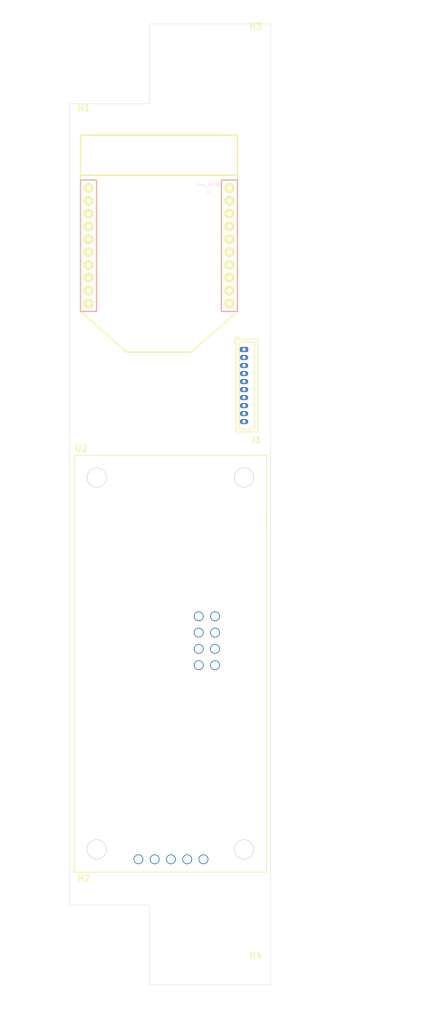
<source format=kicad_pcb>
(kicad_pcb (version 20171130) (host pcbnew "(5.1.2)-2")

  (general
    (thickness 1.6)
    (drawings 17)
    (tracks 0)
    (zones 0)
    (modules 7)
    (nets 28)
  )

  (page A4)
  (layers
    (0 F.Cu signal)
    (31 B.Cu signal)
    (32 B.Adhes user)
    (33 F.Adhes user)
    (34 B.Paste user)
    (35 F.Paste user)
    (36 B.SilkS user)
    (37 F.SilkS user)
    (38 B.Mask user)
    (39 F.Mask user)
    (40 Dwgs.User user)
    (41 Cmts.User user)
    (42 Eco1.User user)
    (43 Eco2.User user)
    (44 Edge.Cuts user)
    (45 Margin user)
    (46 B.CrtYd user)
    (47 F.CrtYd user)
    (48 B.Fab user)
    (49 F.Fab user)
  )

  (setup
    (last_trace_width 0.25)
    (trace_clearance 0.2)
    (zone_clearance 0.508)
    (zone_45_only no)
    (trace_min 0.2)
    (via_size 0.8)
    (via_drill 0.4)
    (via_min_size 0.4)
    (via_min_drill 0.3)
    (uvia_size 0.3)
    (uvia_drill 0.1)
    (uvias_allowed no)
    (uvia_min_size 0.2)
    (uvia_min_drill 0.1)
    (edge_width 0.05)
    (segment_width 0.2)
    (pcb_text_width 0.3)
    (pcb_text_size 1.5 1.5)
    (mod_edge_width 0.12)
    (mod_text_size 1 1)
    (mod_text_width 0.15)
    (pad_size 1.524 1.524)
    (pad_drill 0.762)
    (pad_to_mask_clearance 0.051)
    (solder_mask_min_width 0.25)
    (aux_axis_origin 0 0)
    (visible_elements 7FFFFFFF)
    (pcbplotparams
      (layerselection 0x010fc_ffffffff)
      (usegerberextensions false)
      (usegerberattributes false)
      (usegerberadvancedattributes false)
      (creategerberjobfile false)
      (excludeedgelayer true)
      (linewidth 0.100000)
      (plotframeref false)
      (viasonmask false)
      (mode 1)
      (useauxorigin false)
      (hpglpennumber 1)
      (hpglpenspeed 20)
      (hpglpendiameter 15.000000)
      (psnegative false)
      (psa4output false)
      (plotreference true)
      (plotvalue true)
      (plotinvisibletext false)
      (padsonsilk false)
      (subtractmaskfromsilk false)
      (outputformat 1)
      (mirror false)
      (drillshape 1)
      (scaleselection 1)
      (outputdirectory ""))
  )

  (net 0 "")
  (net 1 /Berry_SDA)
  (net 2 /Berry_SCL)
  (net 3 /RX_GPS)
  (net 4 /TX_GPS)
  (net 5 +3.3VA)
  (net 6 /XBEE_RTS)
  (net 7 /XBEE_CTS)
  (net 8 /XBEE_DOUT)
  (net 9 /XBEE_DIN)
  (net 10 "Net-(U1-Pad4)")
  (net 11 "Net-(U1-Pad5)")
  (net 12 "Net-(U1-Pad6)")
  (net 13 "Net-(U1-Pad7)")
  (net 14 "Net-(U1-Pad8)")
  (net 15 "Net-(U1-Pad9)")
  (net 16 GNDREF)
  (net 17 "Net-(U1-Pad11)")
  (net 18 "Net-(U1-Pad13)")
  (net 19 "Net-(U1-Pad14)")
  (net 20 "Net-(U1-Pad15)")
  (net 21 "Net-(U1-Pad17)")
  (net 22 "Net-(U1-Pad18)")
  (net 23 "Net-(U1-Pad19)")
  (net 24 "Net-(U1-Pad20)")
  (net 25 "Net-(U2-Pad7)")
  (net 26 "Net-(U2-Pad2)")
  (net 27 +3V3)

  (net_class Default "This is the default net class."
    (clearance 0.2)
    (trace_width 0.25)
    (via_dia 0.8)
    (via_drill 0.4)
    (uvia_dia 0.3)
    (uvia_drill 0.1)
    (add_net +3.3VA)
    (add_net +3V3)
    (add_net /Berry_SCL)
    (add_net /Berry_SDA)
    (add_net /RX_GPS)
    (add_net /TX_GPS)
    (add_net /XBEE_CTS)
    (add_net /XBEE_DIN)
    (add_net /XBEE_DOUT)
    (add_net /XBEE_RTS)
    (add_net GNDREF)
    (add_net "Net-(U1-Pad11)")
    (add_net "Net-(U1-Pad13)")
    (add_net "Net-(U1-Pad14)")
    (add_net "Net-(U1-Pad15)")
    (add_net "Net-(U1-Pad17)")
    (add_net "Net-(U1-Pad18)")
    (add_net "Net-(U1-Pad19)")
    (add_net "Net-(U1-Pad20)")
    (add_net "Net-(U1-Pad4)")
    (add_net "Net-(U1-Pad5)")
    (add_net "Net-(U1-Pad6)")
    (add_net "Net-(U1-Pad7)")
    (add_net "Net-(U1-Pad8)")
    (add_net "Net-(U1-Pad9)")
    (add_net "Net-(U2-Pad2)")
    (add_net "Net-(U2-Pad7)")
  )

  (module Payload:BerryGPS-IMU_V3 (layer F.Cu) (tedit 5E74D7FD) (tstamp 5E7524DA)
    (at 123.29922 90.21318)
    (path /5E536455)
    (fp_text reference U2 (at 1.06934 -1.08204) (layer F.SilkS)
      (effects (font (size 1 1) (thickness 0.15)))
    )
    (fp_text value BerryIMUv3 (at 4.7752 36.6141) (layer F.Fab)
      (effects (font (size 1 1) (thickness 0.15)))
    )
    (fp_text user "IMU pin out" (at 15.13 54.37) (layer Dwgs.User)
      (effects (font (size 1 1) (thickness 0.15)))
    )
    (fp_text user DEN_G (at 20.23 59.66 90) (layer Dwgs.User)
      (effects (font (size 1 1) (thickness 0.15)))
    )
    (fp_text user INT_G (at 17.67 60.04 90) (layer Dwgs.User)
      (effects (font (size 1 1) (thickness 0.15)))
    )
    (fp_text user DRDY_G (at 15.11 59.2 90) (layer Dwgs.User)
      (effects (font (size 1 1) (thickness 0.15)))
    )
    (fp_text user INT1_XM (at 12.62 59.03 90) (layer Dwgs.User)
      (effects (font (size 1 1) (thickness 0.15)))
    )
    (fp_text user INT2_XM (at 10.09 58.98 90) (layer Dwgs.User)
      (effects (font (size 1 1) (thickness 0.15)))
    )
    (fp_text user TX_GPS (at 25.67 32.8) (layer Dwgs.User)
      (effects (font (size 1 1) (thickness 0.15)))
    )
    (fp_text user GPIO4 (at 16.24 32.74) (layer Dwgs.User)
      (effects (font (size 1 1) (thickness 0.15)))
    )
    (fp_text user RX_GPS (at 25.82 30.2) (layer Dwgs.User)
      (effects (font (size 1 1) (thickness 0.15)))
    )
    (fp_text user SCL (at 17.04 30.14) (layer Dwgs.User)
      (effects (font (size 1 1) (thickness 0.15)))
    )
    (fp_text user GND (at 24.48 27.65) (layer Dwgs.User)
      (effects (font (size 1 1) (thickness 0.15)))
    )
    (fp_text user SDA (at 17 27.67) (layer Dwgs.User)
      (effects (font (size 1 1) (thickness 0.15)))
    )
    (fp_text user 5V (at 23.88 25.18) (layer Dwgs.User)
      (effects (font (size 1 1) (thickness 0.15)))
    )
    (fp_text user 3V3 (at 17.04 25.18) (layer Dwgs.User)
      (effects (font (size 1 1) (thickness 0.15)))
    )
    (fp_line (start 29.99976 8.73764) (end 29.99976 11.12524) (layer F.SilkS) (width 0.12))
    (fp_line (start 29.99976 -0.00504) (end 29.99976 64.99496) (layer F.SilkS) (width 0.12))
    (fp_line (start -0.00024 64.99496) (end 29.99976 64.99496) (layer F.SilkS) (width 0.12))
    (fp_line (start -0.00024 -0.00504) (end 29.99976 -0.00504) (layer F.SilkS) (width 0.12))
    (fp_line (start -0.00024 -0.00504) (end -0.00024 64.99496) (layer F.SilkS) (width 0.12))
    (pad "" np_thru_hole circle (at 26.49982 61.45022) (size 3.048 3.048) (drill 2.9972) (layers *.Cu *.Mask))
    (pad "" np_thru_hole circle (at 3.50012 61.45022) (size 3.048 3.048) (drill 2.9972) (layers *.Cu *.Mask))
    (pad "" np_thru_hole circle (at 26.49982 3.44932) (size 3.048 3.048) (drill 2.9972) (layers *.Cu *.Mask))
    (pad "" np_thru_hole circle (at 3.50012 3.44932) (size 3.048 3.048) (drill 2.9972) (layers *.Cu *.Mask))
    (pad 8 thru_hole circle (at 21.95976 32.71496) (size 1.524 1.524) (drill 1.27) (layers *.Cu *.Mask)
      (net 4 /TX_GPS))
    (pad 7 thru_hole circle (at 19.41976 32.71496) (size 1.524 1.524) (drill 1.27) (layers *.Cu *.Mask)
      (net 25 "Net-(U2-Pad7)"))
    (pad 6 thru_hole circle (at 21.95976 30.17496) (size 1.524 1.524) (drill 1.27) (layers *.Cu *.Mask)
      (net 3 /RX_GPS))
    (pad 5 thru_hole circle (at 19.41976 30.17496) (size 1.524 1.524) (drill 1.27) (layers *.Cu *.Mask)
      (net 2 /Berry_SCL))
    (pad 4 thru_hole circle (at 21.95976 27.63496) (size 1.524 1.524) (drill 1.27) (layers *.Cu *.Mask)
      (net 16 GNDREF))
    (pad 3 thru_hole circle (at 19.41976 27.63496) (size 1.524 1.524) (drill 1.27) (layers *.Cu *.Mask)
      (net 1 /Berry_SDA))
    (pad 2 thru_hole circle (at 21.95976 25.09496) (size 1.524 1.524) (drill 1.27) (layers *.Cu *.Mask)
      (net 26 "Net-(U2-Pad2)"))
    (pad 1 thru_hole circle (at 19.41976 25.09496) (size 1.524 1.524) (drill 1.27) (layers *.Cu *.Mask)
      (net 27 +3V3))
    (pad 5 thru_hole circle (at 20.15976 62.99496) (size 1.524 1.524) (drill 1.27) (layers *.Cu *.Mask)
      (net 2 /Berry_SCL))
    (pad 4 thru_hole circle (at 17.61976 62.99496) (size 1.524 1.524) (drill 1.27) (layers *.Cu *.Mask)
      (net 16 GNDREF))
    (pad 3 thru_hole circle (at 15.07976 62.99496) (size 1.524 1.524) (drill 1.27) (layers *.Cu *.Mask)
      (net 1 /Berry_SDA))
    (pad 2 thru_hole circle (at 12.53976 62.99496) (size 1.524 1.524) (drill 1.27) (layers *.Cu *.Mask)
      (net 26 "Net-(U2-Pad2)"))
    (pad 1 thru_hole circle (at 9.99976 62.99496) (size 1.524 1.524) (drill 1.27) (layers *.Cu *.Mask)
      (net 27 +3V3))
  )

  (module SparkFunRF:XBEE-1 (layer F.Cu) (tedit 200000) (tstamp 5E752550)
    (at 136.50722 46.50994 180)
    (path /5E49EA3B)
    (attr virtual)
    (fp_text reference U1 (at -7.874 -2.7432) (layer B.SilkS)
      (effects (font (size 0.4064 0.4064) (thickness 0.0254)))
    )
    (fp_text value Xbee_XBP9B (at -7.6708 -1.4732) (layer B.SilkS)
      (effects (font (size 0.4064 0.4064) (thickness 0.0254)))
    )
    (fp_line (start -4.99872 -27.59964) (end 4.99872 -27.59964) (layer F.SilkS) (width 0.2032))
    (fp_line (start -12.24788 -21.24964) (end -4.99872 -27.59964) (layer F.SilkS) (width 0.2032))
    (fp_line (start 12.24788 -21.24964) (end 4.99872 -27.59964) (layer F.SilkS) (width 0.2032))
    (fp_line (start 9.74852 -21.24964) (end 12.24788 -21.24964) (layer B.SilkS) (width 0.2032))
    (fp_line (start 12.24788 -21.24964) (end 12.24788 -0.7493) (layer B.SilkS) (width 0.2032))
    (fp_line (start 12.24788 -0.7493) (end 9.74852 -0.7493) (layer B.SilkS) (width 0.2032))
    (fp_line (start 9.74852 -21.24964) (end 9.74852 -0.7493) (layer B.SilkS) (width 0.2032))
    (fp_line (start -9.74852 -21.24964) (end -12.24788 -21.24964) (layer B.SilkS) (width 0.2032))
    (fp_line (start -12.24788 -21.24964) (end -12.24788 -0.7493) (layer B.SilkS) (width 0.2032))
    (fp_line (start -12.24788 -0.7493) (end -9.74852 -0.7493) (layer B.SilkS) (width 0.2032))
    (fp_line (start -9.74852 -21.24964) (end -9.74852 -0.7493) (layer B.SilkS) (width 0.2032))
    (fp_line (start -12.24788 -0.7493) (end -12.24788 0) (layer F.SilkS) (width 0.2032))
    (fp_line (start 12.24788 -0.7493) (end 12.24788 0) (layer F.SilkS) (width 0.2032))
    (fp_line (start -12.24788 0) (end 12.24788 0) (layer F.SilkS) (width 0.2032))
    (fp_line (start 12.24788 0) (end 12.24788 6.2484) (layer F.SilkS) (width 0.2032))
    (fp_line (start -12.24788 0) (end -12.24788 6.2484) (layer F.SilkS) (width 0.2032))
    (fp_line (start -12.24788 6.2484) (end 12.24788 6.2484) (layer F.SilkS) (width 0.2032))
    (pad 1 thru_hole circle (at -10.9982 -19.99996 180) (size 1.524 1.524) (drill 0.79756) (layers F&B.Cu F.Paste F.SilkS F.Mask)
      (net 5 +3.3VA))
    (pad 2 thru_hole circle (at -10.9982 -17.99844 180) (size 1.524 1.524) (drill 0.79756) (layers F&B.Cu F.Paste F.SilkS F.Mask)
      (net 8 /XBEE_DOUT))
    (pad 3 thru_hole circle (at -10.9982 -15.99946 180) (size 1.524 1.524) (drill 0.79756) (layers F&B.Cu F.Paste F.SilkS F.Mask)
      (net 9 /XBEE_DIN))
    (pad 4 thru_hole circle (at -10.9982 -13.99794 180) (size 1.524 1.524) (drill 0.79756) (layers F&B.Cu F.Paste F.SilkS F.Mask)
      (net 10 "Net-(U1-Pad4)"))
    (pad 5 thru_hole circle (at -10.9982 -11.99896 180) (size 1.524 1.524) (drill 0.79756) (layers F&B.Cu F.Paste F.SilkS F.Mask)
      (net 11 "Net-(U1-Pad5)"))
    (pad 6 thru_hole circle (at -10.9982 -9.99998 180) (size 1.524 1.524) (drill 0.79756) (layers F&B.Cu F.Paste F.SilkS F.Mask)
      (net 12 "Net-(U1-Pad6)"))
    (pad 7 thru_hole circle (at -10.9982 -7.99846 180) (size 1.524 1.524) (drill 0.79756) (layers F&B.Cu F.Paste F.SilkS F.Mask)
      (net 13 "Net-(U1-Pad7)"))
    (pad 8 thru_hole circle (at -10.9982 -5.99948 180) (size 1.524 1.524) (drill 0.79756) (layers F&B.Cu F.Paste F.SilkS F.Mask)
      (net 14 "Net-(U1-Pad8)"))
    (pad 9 thru_hole circle (at -10.9982 -3.99796 180) (size 1.524 1.524) (drill 0.79756) (layers F&B.Cu F.Paste F.SilkS F.Mask)
      (net 15 "Net-(U1-Pad9)"))
    (pad 10 thru_hole circle (at -10.9982 -1.99898 180) (size 1.524 1.524) (drill 0.79756) (layers F&B.Cu F.Paste F.SilkS F.Mask)
      (net 16 GNDREF))
    (pad 11 thru_hole circle (at 10.9982 -1.99898 180) (size 1.524 1.524) (drill 0.79756) (layers F&B.Cu F.Paste F.SilkS F.Mask)
      (net 17 "Net-(U1-Pad11)"))
    (pad 12 thru_hole circle (at 10.9982 -3.99796 180) (size 1.524 1.524) (drill 0.79756) (layers F&B.Cu F.Paste F.SilkS F.Mask)
      (net 7 /XBEE_CTS))
    (pad 13 thru_hole circle (at 10.9982 -5.99948 180) (size 1.524 1.524) (drill 0.79756) (layers F&B.Cu F.Paste F.SilkS F.Mask)
      (net 18 "Net-(U1-Pad13)"))
    (pad 14 thru_hole circle (at 10.9982 -7.99846 180) (size 1.524 1.524) (drill 0.79756) (layers F&B.Cu F.Paste F.SilkS F.Mask)
      (net 19 "Net-(U1-Pad14)"))
    (pad 15 thru_hole circle (at 10.9982 -9.99998 180) (size 1.524 1.524) (drill 0.79756) (layers F&B.Cu F.Paste F.SilkS F.Mask)
      (net 20 "Net-(U1-Pad15)"))
    (pad 16 thru_hole circle (at 10.9982 -11.99896 180) (size 1.524 1.524) (drill 0.79756) (layers F&B.Cu F.Paste F.SilkS F.Mask)
      (net 6 /XBEE_RTS))
    (pad 17 thru_hole circle (at 10.9982 -13.99794 180) (size 1.524 1.524) (drill 0.79756) (layers F&B.Cu F.Paste F.SilkS F.Mask)
      (net 21 "Net-(U1-Pad17)"))
    (pad 18 thru_hole circle (at 10.9982 -15.99946 180) (size 1.524 1.524) (drill 0.79756) (layers F&B.Cu F.Paste F.SilkS F.Mask)
      (net 22 "Net-(U1-Pad18)"))
    (pad 19 thru_hole circle (at 10.9982 -17.99844 180) (size 1.524 1.524) (drill 0.79756) (layers F&B.Cu F.Paste F.SilkS F.Mask)
      (net 23 "Net-(U1-Pad19)"))
    (pad 20 thru_hole circle (at 10.9982 -19.99996 180) (size 1.524 1.524) (drill 0.79756) (layers F&B.Cu F.Paste F.SilkS F.Mask)
      (net 24 "Net-(U1-Pad20)"))
  )

  (module Payload:MountingHole_4-40 (layer F.Cu) (tedit 5E698ED7) (tstamp 5E7524AB)
    (at 124.7902 38.03396)
    (path /5E698CBA)
    (fp_text reference H1 (at 0 -2.032) (layer F.SilkS)
      (effects (font (size 1 1) (thickness 0.15)))
    )
    (fp_text value Corner (at 0 2.286) (layer F.Fab)
      (effects (font (size 1 1) (thickness 0.15)))
    )
    (pad "" np_thru_hole circle (at 0 0) (size 2.8448 2.8448) (drill 2.8448) (layers *.Cu *.Mask))
  )

  (module Payload:MountingHole_4-40 (layer F.Cu) (tedit 5E698ED7) (tstamp 5E75249F)
    (at 124.7902 158.22676)
    (path /5E699A8A)
    (fp_text reference H2 (at 0 -2.032) (layer F.SilkS)
      (effects (font (size 1 1) (thickness 0.15)))
    )
    (fp_text value Corner (at 0 2.286) (layer F.Fab)
      (effects (font (size 1 1) (thickness 0.15)))
    )
    (pad "" np_thru_hole circle (at 0 0) (size 2.8448 2.8448) (drill 2.8448) (layers *.Cu *.Mask))
  )

  (module Payload:MountingHole_4-40 (layer F.Cu) (tedit 5E698ED7) (tstamp 5E752493)
    (at 151.58974 25.35174)
    (path /5E699E54)
    (fp_text reference H3 (at 0 -2.032) (layer F.SilkS)
      (effects (font (size 1 1) (thickness 0.15)))
    )
    (fp_text value Corner (at 0 2.286) (layer F.Fab)
      (effects (font (size 1 1) (thickness 0.15)))
    )
    (pad "" np_thru_hole circle (at 0 0) (size 2.8448 2.8448) (drill 2.8448) (layers *.Cu *.Mask))
  )

  (module Payload:MountingHole_4-40 (layer F.Cu) (tedit 5E698ED7) (tstamp 5E7525A4)
    (at 151.58974 170.19778)
    (path /5E69A3B4)
    (fp_text reference H4 (at 0 -2.032) (layer F.SilkS)
      (effects (font (size 1 1) (thickness 0.15)))
    )
    (fp_text value Corner (at 0 2.286) (layer F.Fab)
      (effects (font (size 1 1) (thickness 0.15)))
    )
    (pad "" np_thru_hole circle (at 0 0) (size 2.8448 2.8448) (drill 2.8448) (layers *.Cu *.Mask))
  )

  (module Connector_Molex:Molex_PicoBlade_53047-1010_1x10_P1.25mm_Vertical (layer F.Cu) (tedit 5B783167) (tstamp 5E752C13)
    (at 149.79142 73.69302 270)
    (descr "Molex PicoBlade Connector System, 53047-1010, 10 Pins per row (http://www.molex.com/pdm_docs/sd/530470610_sd.pdf), generated with kicad-footprint-generator")
    (tags "connector Molex PicoBlade side entry")
    (path /5E544EC7)
    (fp_text reference J1 (at 14.06652 -1.86182 180) (layer F.SilkS)
      (effects (font (size 1 1) (thickness 0.15)))
    )
    (fp_text value BridgeConn (at 5.62 2.35 90) (layer F.Fab)
      (effects (font (size 1 1) (thickness 0.15)))
    )
    (fp_line (start -1.5 -2.05) (end -1.5 1.15) (layer F.Fab) (width 0.1))
    (fp_line (start -1.5 1.15) (end 12.75 1.15) (layer F.Fab) (width 0.1))
    (fp_line (start 12.75 1.15) (end 12.75 -2.05) (layer F.Fab) (width 0.1))
    (fp_line (start 12.75 -2.05) (end -1.5 -2.05) (layer F.Fab) (width 0.1))
    (fp_line (start -1.61 -2.16) (end -1.61 1.26) (layer F.SilkS) (width 0.12))
    (fp_line (start -1.61 1.26) (end 12.86 1.26) (layer F.SilkS) (width 0.12))
    (fp_line (start 12.86 1.26) (end 12.86 -2.16) (layer F.SilkS) (width 0.12))
    (fp_line (start 12.86 -2.16) (end -1.61 -2.16) (layer F.SilkS) (width 0.12))
    (fp_line (start 5.625 0.75) (end -1.1 0.75) (layer F.SilkS) (width 0.12))
    (fp_line (start -1.1 0.75) (end -1.1 0) (layer F.SilkS) (width 0.12))
    (fp_line (start -1.1 0) (end -1.3 0) (layer F.SilkS) (width 0.12))
    (fp_line (start -1.3 0) (end -1.3 -0.8) (layer F.SilkS) (width 0.12))
    (fp_line (start -1.3 -0.8) (end -1.1 -0.8) (layer F.SilkS) (width 0.12))
    (fp_line (start -1.1 -0.8) (end -1.1 -1.65) (layer F.SilkS) (width 0.12))
    (fp_line (start -1.1 -1.65) (end 5.625 -1.65) (layer F.SilkS) (width 0.12))
    (fp_line (start 5.625 0.75) (end 12.35 0.75) (layer F.SilkS) (width 0.12))
    (fp_line (start 12.35 0.75) (end 12.35 0) (layer F.SilkS) (width 0.12))
    (fp_line (start 12.35 0) (end 12.55 0) (layer F.SilkS) (width 0.12))
    (fp_line (start 12.55 0) (end 12.55 -0.8) (layer F.SilkS) (width 0.12))
    (fp_line (start 12.55 -0.8) (end 12.35 -0.8) (layer F.SilkS) (width 0.12))
    (fp_line (start 12.35 -0.8) (end 12.35 -1.65) (layer F.SilkS) (width 0.12))
    (fp_line (start 12.35 -1.65) (end 5.625 -1.65) (layer F.SilkS) (width 0.12))
    (fp_line (start -1.9 1.55) (end -1.9 0.55) (layer F.SilkS) (width 0.12))
    (fp_line (start -1.9 1.55) (end -0.9 1.55) (layer F.SilkS) (width 0.12))
    (fp_line (start -0.5 1.15) (end 0 0.442893) (layer F.Fab) (width 0.1))
    (fp_line (start 0 0.442893) (end 0.5 1.15) (layer F.Fab) (width 0.1))
    (fp_line (start -2 -2.55) (end -2 1.65) (layer F.CrtYd) (width 0.05))
    (fp_line (start -2 1.65) (end 13.25 1.65) (layer F.CrtYd) (width 0.05))
    (fp_line (start 13.25 1.65) (end 13.25 -2.55) (layer F.CrtYd) (width 0.05))
    (fp_line (start 13.25 -2.55) (end -2 -2.55) (layer F.CrtYd) (width 0.05))
    (fp_text user %R (at 5.62 -1.35 90) (layer F.Fab)
      (effects (font (size 1 1) (thickness 0.15)))
    )
    (pad 1 thru_hole roundrect (at 0 0 270) (size 0.8 1.3) (drill 0.5) (layers *.Cu *.Mask) (roundrect_rratio 0.25)
      (net 1 /Berry_SDA))
    (pad 2 thru_hole oval (at 1.25 0 270) (size 0.8 1.3) (drill 0.5) (layers *.Cu *.Mask)
      (net 2 /Berry_SCL))
    (pad 3 thru_hole oval (at 2.5 0 270) (size 0.8 1.3) (drill 0.5) (layers *.Cu *.Mask)
      (net 3 /RX_GPS))
    (pad 4 thru_hole oval (at 3.75 0 270) (size 0.8 1.3) (drill 0.5) (layers *.Cu *.Mask)
      (net 4 /TX_GPS))
    (pad 5 thru_hole oval (at 5 0 270) (size 0.8 1.3) (drill 0.5) (layers *.Cu *.Mask)
      (net 5 +3.3VA))
    (pad 6 thru_hole oval (at 6.25 0 270) (size 0.8 1.3) (drill 0.5) (layers *.Cu *.Mask)
      (net 6 /XBEE_RTS))
    (pad 7 thru_hole oval (at 7.5 0 270) (size 0.8 1.3) (drill 0.5) (layers *.Cu *.Mask)
      (net 7 /XBEE_CTS))
    (pad 8 thru_hole oval (at 8.75 0 270) (size 0.8 1.3) (drill 0.5) (layers *.Cu *.Mask)
      (net 8 /XBEE_DOUT))
    (pad 9 thru_hole oval (at 10 0 270) (size 0.8 1.3) (drill 0.5) (layers *.Cu *.Mask)
      (net 9 /XBEE_DIN))
    (pad 10 thru_hole oval (at 11.25 0 270) (size 0.8 1.3) (drill 0.5) (layers *.Cu *.Mask)
      (net 27 +3V3))
    (model ${KISYS3DMOD}/Connector_Molex.3dshapes/Molex_PicoBlade_53047-1010_1x10_P1.25mm_Vertical.wrl
      (at (xyz 0 0 0))
      (scale (xyz 1 1 1))
      (rotate (xyz 0 0 0))
    )
  )

  (dimension 12.48156 (width 0.12) (layer Dwgs.User)
    (gr_text "0.4914 in" (at 128.75514 19.92122) (layer Dwgs.User)
      (effects (font (size 1 1) (thickness 0.15)))
    )
    (feature1 (pts (xy 134.99592 35.37458) (xy 134.99592 20.604799)))
    (feature2 (pts (xy 122.51436 35.37458) (xy 122.51436 20.604799)))
    (crossbar (pts (xy 122.51436 21.19122) (xy 134.99592 21.19122)))
    (arrow1a (pts (xy 134.99592 21.19122) (xy 133.869416 21.777641)))
    (arrow1b (pts (xy 134.99592 21.19122) (xy 133.869416 20.604799)))
    (arrow2a (pts (xy 122.51436 21.19122) (xy 123.640864 21.777641)))
    (arrow2b (pts (xy 122.51436 21.19122) (xy 123.640864 20.604799)))
  )
  (dimension 12.46124 (width 0.12) (layer Dwgs.User) (tstamp 5E7525B1)
    (gr_text "0.4906 in" (at 132.66674 29.14396 90) (layer Dwgs.User) (tstamp 5E7525B1)
      (effects (font (size 1 1) (thickness 0.15)))
    )
    (feature1 (pts (xy 134.99592 22.91334) (xy 133.350319 22.91334)))
    (feature2 (pts (xy 134.99592 35.37458) (xy 133.350319 35.37458)))
    (crossbar (pts (xy 133.93674 35.37458) (xy 133.93674 22.91334)))
    (arrow1a (pts (xy 133.93674 22.91334) (xy 134.523161 24.039844)))
    (arrow1b (pts (xy 133.93674 22.91334) (xy 133.350319 24.039844)))
    (arrow2a (pts (xy 133.93674 35.37458) (xy 134.523161 34.248076)))
    (arrow2b (pts (xy 133.93674 35.37458) (xy 133.350319 34.248076)))
  )
  (dimension 18.9611 (width 0.12) (layer Dwgs.User)
    (gr_text "0.7465 in" (at 144.476872 19.912326) (layer Dwgs.User)
      (effects (font (size 1 1) (thickness 0.15)))
    )
    (feature1 (pts (xy 153.95702 22.91588) (xy 153.957331 20.597175)))
    (feature2 (pts (xy 134.99592 22.91334) (xy 134.996231 20.594635)))
    (crossbar (pts (xy 134.996152 21.181056) (xy 153.957252 21.183596)))
    (arrow1a (pts (xy 153.957252 21.183596) (xy 152.83067 21.769866)))
    (arrow1b (pts (xy 153.957252 21.183596) (xy 152.830827 20.597024)))
    (arrow2a (pts (xy 134.996152 21.181056) (xy 136.122577 21.767628)))
    (arrow2b (pts (xy 134.996152 21.181056) (xy 136.122734 20.594786)))
  )
  (dimension 124.93498 (width 0.12) (layer Dwgs.User) (tstamp 5E75237D)
    (gr_text "4.9187 in" (at 115.38458 97.84207 90) (layer Dwgs.User) (tstamp 5E75237D)
      (effects (font (size 1 1) (thickness 0.15)))
    )
    (feature1 (pts (xy 122.51436 35.37458) (xy 116.068159 35.37458)))
    (feature2 (pts (xy 122.51436 160.30956) (xy 116.068159 160.30956)))
    (crossbar (pts (xy 116.65458 160.30956) (xy 116.65458 35.37458)))
    (arrow1a (pts (xy 116.65458 35.37458) (xy 117.241001 36.501084)))
    (arrow1b (pts (xy 116.65458 35.37458) (xy 116.068159 36.501084)))
    (arrow2a (pts (xy 116.65458 160.30956) (xy 117.241001 159.183056)))
    (arrow2b (pts (xy 116.65458 160.30956) (xy 116.068159 159.183056)))
  )
  (dimension 12.49934 (width 0.12) (layer Dwgs.User) (tstamp 5E752395)
    (gr_text "0.4921 in" (at 128.76403 179.38496) (layer Dwgs.User) (tstamp 5E752395)
      (effects (font (size 1 1) (thickness 0.0762)))
    )
    (feature1 (pts (xy 122.51436 160.30956) (xy 122.51436 178.701381)))
    (feature2 (pts (xy 135.0137 160.30956) (xy 135.0137 178.701381)))
    (crossbar (pts (xy 135.0137 178.11496) (xy 122.51436 178.11496)))
    (arrow1a (pts (xy 122.51436 178.11496) (xy 123.640864 177.528539)))
    (arrow1b (pts (xy 122.51436 178.11496) (xy 123.640864 178.701381)))
    (arrow2a (pts (xy 135.0137 178.11496) (xy 133.887196 177.528539)))
    (arrow2b (pts (xy 135.0137 178.11496) (xy 133.887196 178.701381)))
  )
  (dimension 12.46632 (width 0.12) (layer Dwgs.User) (tstamp 5E75238F)
    (gr_text "0.4908 in" (at 115.38204 166.54272 90) (layer Dwgs.User) (tstamp 5E75238F)
      (effects (font (size 1 1) (thickness 0.0762)))
    )
    (feature1 (pts (xy 135.0137 160.30956) (xy 116.065619 160.30956)))
    (feature2 (pts (xy 135.0137 172.77588) (xy 116.065619 172.77588)))
    (crossbar (pts (xy 116.65204 172.77588) (xy 116.65204 160.30956)))
    (arrow1a (pts (xy 116.65204 160.30956) (xy 117.238461 161.436064)))
    (arrow1b (pts (xy 116.65204 160.30956) (xy 116.065619 161.436064)))
    (arrow2a (pts (xy 116.65204 172.77588) (xy 117.238461 171.649376)))
    (arrow2b (pts (xy 116.65204 172.77588) (xy 116.065619 171.649376)))
  )
  (dimension 149.86 (width 0.12) (layer Dwgs.User) (tstamp 5E752389)
    (gr_text "5.9000 in" (at 158.48584 97.84588 90) (layer Dwgs.User) (tstamp 5E752389)
      (effects (font (size 1 1) (thickness 0.15)))
    )
    (feature1 (pts (xy 153.95702 22.91588) (xy 157.802261 22.91588)))
    (feature2 (pts (xy 153.95702 172.77588) (xy 157.802261 172.77588)))
    (crossbar (pts (xy 157.21584 172.77588) (xy 157.21584 22.91588)))
    (arrow1a (pts (xy 157.21584 22.91588) (xy 157.802261 24.042384)))
    (arrow1b (pts (xy 157.21584 22.91588) (xy 156.629419 24.042384)))
    (arrow2a (pts (xy 157.21584 172.77588) (xy 157.802261 171.649376)))
    (arrow2b (pts (xy 157.21584 172.77588) (xy 156.629419 171.649376)))
  )
  (dimension 18.940784 (width 0.12) (layer Dwgs.User) (tstamp 5E752383)
    (gr_text "0.7457 in" (at 144.488515 179.377847) (layer Dwgs.User) (tstamp 5E752383)
      (effects (font (size 1 1) (thickness 0.0508)))
    )
    (feature1 (pts (xy 135.0137 172.78604) (xy 135.017666 178.700617)))
    (feature2 (pts (xy 153.95448 172.77334) (xy 153.958446 178.687917)))
    (crossbar (pts (xy 153.958053 178.101497) (xy 135.017273 178.114197)))
    (arrow1a (pts (xy 135.017273 178.114197) (xy 136.143383 177.527021)))
    (arrow1b (pts (xy 135.017273 178.114197) (xy 136.14417 178.699862)))
    (arrow2a (pts (xy 153.958053 178.101497) (xy 152.831156 177.515832)))
    (arrow2b (pts (xy 153.958053 178.101497) (xy 152.831943 178.688673)))
  )
  (gr_line (start 153.95702 172.77588) (end 153.95702 22.91588) (layer Edge.Cuts) (width 0.05) (tstamp 5E7523AF))
  (gr_line (start 135.0137 172.77588) (end 153.95702 172.77588) (layer Edge.Cuts) (width 0.05) (tstamp 5E7523AC))
  (gr_line (start 135.0137 160.30956) (end 135.0137 172.77588) (layer Edge.Cuts) (width 0.05) (tstamp 5E7523A6))
  (gr_line (start 122.51436 160.30956) (end 135.0137 160.30956) (layer Edge.Cuts) (width 0.05) (tstamp 5E75239A))
  (gr_line (start 122.51436 35.37458) (end 122.51436 160.30956) (layer Edge.Cuts) (width 0.05) (tstamp 5E75239D))
  (gr_line (start 134.99592 35.37458) (end 122.51436 35.37458) (layer Edge.Cuts) (width 0.05) (tstamp 5E7523A9))
  (gr_line (start 134.99592 22.91334) (end 134.99592 35.37458) (layer Edge.Cuts) (width 0.05) (tstamp 5E7523A0))
  (gr_line (start 134.99592 22.91334) (end 153.95702 22.91588) (layer Edge.Cuts) (width 0.05) (tstamp 5E7523A3))
  (gr_line (start 179.55514 63) (end 179.55514 63.239) (layer Dwgs.User) (width 0.15))

  (zone (net 16) (net_name GNDREF) (layer F.Cu) (tstamp 5E7523B2) (hatch edge 0.508)
    (connect_pads yes (clearance 0.508))
    (min_thickness 0.254)
    (fill (arc_segments 32) (thermal_gap 0.508) (thermal_bridge_width 0.508))
    (polygon
      (pts
        (xy 153.58872 172.51426) (xy 135.382 172.51426) (xy 135.382 160.0581) (xy 122.83186 160.0581) (xy 122.83186 35.77844)
        (xy 135.47344 35.77844) (xy 135.47344 23.15972) (xy 153.65476 23.15972)
      )
    )
  )
  (zone (net 16) (net_name GNDREF) (layer B.Cu) (tstamp 5E7523B5) (hatch edge 0.508)
    (connect_pads yes (clearance 0.508))
    (min_thickness 0.254)
    (fill (arc_segments 32) (thermal_gap 0.508) (thermal_bridge_width 0.508))
    (polygon
      (pts
        (xy 122.82932 35.77844) (xy 135.46836 35.77844) (xy 135.46582 23.16226) (xy 153.6446 23.16226) (xy 153.58872 172.52188)
        (xy 135.382 172.5168) (xy 135.37946 160.06064) (xy 122.82932 160.06064)
      )
    )
  )
)

</source>
